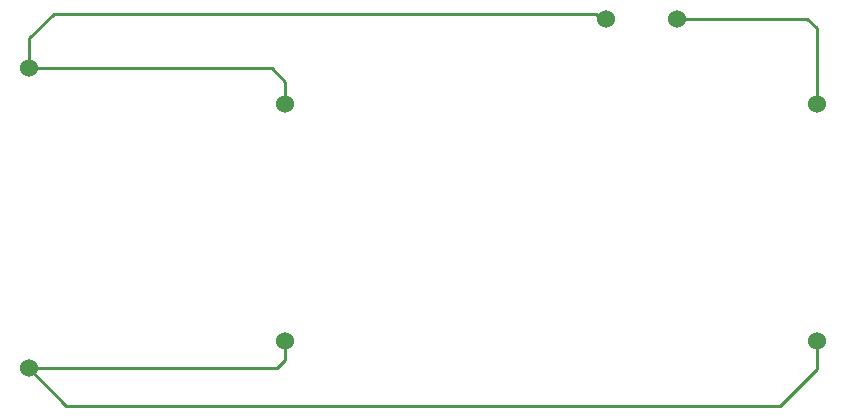
<source format=gbr>
%TF.GenerationSoftware,KiCad,Pcbnew,(6.0.7)*%
%TF.CreationDate,2022-09-05T15:17:16+08:00*%
%TF.ProjectId,6_7_3,365f375f-332e-46b6-9963-61645f706362,rev?*%
%TF.SameCoordinates,Original*%
%TF.FileFunction,Copper,L1,Top*%
%TF.FilePolarity,Positive*%
%FSLAX46Y46*%
G04 Gerber Fmt 4.6, Leading zero omitted, Abs format (unit mm)*
G04 Created by KiCad (PCBNEW (6.0.7)) date 2022-09-05 15:17:16*
%MOMM*%
%LPD*%
G01*
G04 APERTURE LIST*
%TA.AperFunction,ComponentPad*%
%ADD10C,1.524000*%
%TD*%
%TA.AperFunction,Conductor*%
%ADD11C,0.250000*%
%TD*%
G04 APERTURE END LIST*
D10*
%TO.P,A1,1,+*%
%TO.N,Net-(A1-Pad1)*%
X30149800Y-39852600D03*
%TO.P,A1,2,-*%
%TO.N,Net-(A1-Pad2)*%
X30149800Y-65252600D03*
%TD*%
%TO.P,R1,1*%
%TO.N,Net-(A1-Pad1)*%
X51841400Y-42908200D03*
%TO.P,R1,2*%
%TO.N,Net-(A1-Pad2)*%
X51841400Y-62908200D03*
%TD*%
%TO.P,R2,1*%
%TO.N,Net-(R2-Pad1)*%
X96824800Y-42908200D03*
%TO.P,R2,2*%
%TO.N,Net-(A1-Pad2)*%
X96824800Y-62908200D03*
%TD*%
%TO.P,U1,1,+*%
%TO.N,Net-(A1-Pad1)*%
X79016600Y-35661600D03*
%TO.P,U1,2,-*%
%TO.N,Net-(R2-Pad1)*%
X85016600Y-35661600D03*
%TD*%
D11*
%TO.N,Net-(A1-Pad1)*%
X50698400Y-39852600D02*
X30149800Y-39852600D01*
X51841400Y-40995600D02*
X50698400Y-39852600D01*
X79016600Y-35766001D02*
X79016600Y-35661600D01*
X78115996Y-35211600D02*
X78618373Y-35713977D01*
X32225400Y-35211600D02*
X78115996Y-35211600D01*
X30149800Y-39852600D02*
X30149800Y-37287200D01*
X78618373Y-36164228D02*
X79016600Y-35766001D01*
X78618373Y-35713977D02*
X78618373Y-36164228D01*
X51841400Y-42908200D02*
X51841400Y-40995600D01*
X30149800Y-37287200D02*
X32225400Y-35211600D01*
%TO.N,Net-(A1-Pad2)*%
X30149800Y-65252600D02*
X33299400Y-68402200D01*
X51841400Y-62908200D02*
X51841400Y-64566800D01*
X93726000Y-68402200D02*
X96824800Y-65303400D01*
X96824800Y-65303400D02*
X96824800Y-62908200D01*
X51841400Y-64566800D02*
X51155600Y-65252600D01*
X33299400Y-68402200D02*
X93726000Y-68402200D01*
X51155600Y-65252600D02*
X30149800Y-65252600D01*
%TO.N,Net-(R2-Pad1)*%
X96012000Y-35661600D02*
X96824800Y-36474400D01*
X85016600Y-35661600D02*
X96012000Y-35661600D01*
X96824800Y-36474400D02*
X96824800Y-42908200D01*
%TD*%
M02*

</source>
